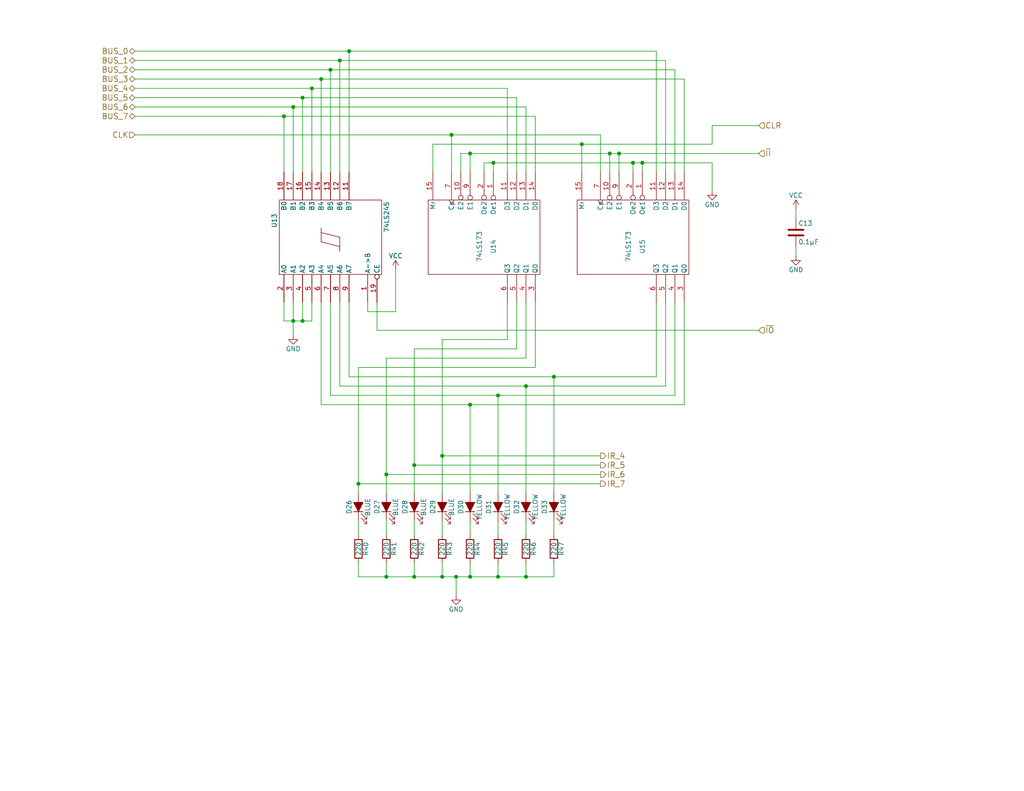
<source format=kicad_sch>
(kicad_sch (version 20230121) (generator eeschema)
  (paper "USLetter")
  (lib_symbols
    (symbol "8bit-computer-rescue:74LS173-8bit-computer-rescue" (pin_names (offset 0.254))
      (property "Reference" "U" (at 2.54 2.54 0))
      (property "Value" "8bit-computer-rescue:74LS173" (at 2.54 -1.27 0))
      (symbol "74LS173-8bit-computer-rescue_0_0"
        (pin power_in line (at -7.62 15.24 90) (length 0) hide (name "VCC") (number "16"))
        (pin power_in line (at -7.62 -15.24 90) (length 0) hide (name "GND") (number "8"))
      )
      (symbol "74LS173-8bit-computer-rescue_0_1"
        (rectangle (start -10.16 15.24) (end 10.16 -15.24))
      )
      (symbol "74LS173-8bit-computer-rescue_1_1"
        (pin input inverted (at -17.78 2.54 0) (length 7.62) (name "Oe1") (number "1"))
        (pin input inverted (at -17.78 -6.35 0) (length 7.62) (name "E2") (number "10"))
        (pin input line (at -17.78 6.35 0) (length 7.62) (name "D3") (number "11"))
        (pin input line (at -17.78 8.89 0) (length 7.62) (name "D2") (number "12"))
        (pin input line (at -17.78 11.43 0) (length 7.62) (name "D1") (number "13"))
        (pin input line (at -17.78 13.97 0) (length 7.62) (name "D0") (number "14"))
        (pin input line (at -17.78 -13.97 0) (length 7.62) (name "Mr") (number "15"))
        (pin input inverted (at -17.78 0 0) (length 7.62) (name "Oe2") (number "2"))
        (pin tri_state line (at 17.78 13.97 180) (length 7.62) (name "Q0") (number "3"))
        (pin tri_state line (at 17.78 11.43 180) (length 7.62) (name "Q1") (number "4"))
        (pin tri_state line (at 17.78 8.89 180) (length 7.62) (name "Q2") (number "5"))
        (pin tri_state line (at 17.78 6.35 180) (length 7.62) (name "Q3") (number "6"))
        (pin input clock (at -17.78 -8.89 0) (length 7.62) (name "Cp") (number "7"))
        (pin input inverted (at -17.78 -3.81 0) (length 7.62) (name "E1") (number "9"))
      )
    )
    (symbol "8bit-computer-rescue:74LS245-8bit-computer-rescue" (pin_names (offset 0.254))
      (property "Reference" "U" (at 2.54 14.605 0))
      (property "Value" "8bit-computer-rescue:74LS245" (at 1.27 -14.605 0))
      (symbol "74LS245-8bit-computer-rescue_0_0"
        (pin power_in line (at 0 -13.97 90) (length 0) hide (name "GND") (number "10"))
        (pin power_in line (at 0 13.97 270) (length 0) hide (name "VCC") (number "20"))
      )
      (symbol "74LS245-8bit-computer-rescue_0_1"
        (rectangle (start -10.16 13.97) (end 10.16 -13.97))
        (polyline (pts (xy 1.27 2.54) (xy 0 -2.54) (xy -2.54 -2.54)))
        (polyline (pts (xy 2.54 2.54) (xy -1.27 2.54) (xy -2.54 -2.54) (xy -3.81 -2.54)))
      )
      (symbol "74LS245-8bit-computer-rescue_1_1"
        (pin input line (at -17.78 -10.16 0) (length 7.62) (name "A->B") (number "1"))
        (pin tri_state line (at 17.78 -5.08 180) (length 7.62) (name "B7") (number "11"))
        (pin tri_state line (at 17.78 -2.54 180) (length 7.62) (name "B6") (number "12"))
        (pin tri_state line (at 17.78 0 180) (length 7.62) (name "B5") (number "13"))
        (pin tri_state line (at 17.78 2.54 180) (length 7.62) (name "B4") (number "14"))
        (pin tri_state line (at 17.78 5.08 180) (length 7.62) (name "B3") (number "15"))
        (pin tri_state line (at 17.78 7.62 180) (length 7.62) (name "B2") (number "16"))
        (pin tri_state line (at 17.78 10.16 180) (length 7.62) (name "B1") (number "17"))
        (pin tri_state line (at 17.78 12.7 180) (length 7.62) (name "B0") (number "18"))
        (pin input inverted (at -17.78 -12.7 0) (length 7.62) (name "CE") (number "19"))
        (pin tri_state line (at -17.78 12.7 0) (length 7.62) (name "A0") (number "2"))
        (pin tri_state line (at -17.78 10.16 0) (length 7.62) (name "A1") (number "3"))
        (pin tri_state line (at -17.78 7.62 0) (length 7.62) (name "A2") (number "4"))
        (pin tri_state line (at -17.78 5.08 0) (length 7.62) (name "A3") (number "5"))
        (pin tri_state line (at -17.78 2.54 0) (length 7.62) (name "A4") (number "6"))
        (pin tri_state line (at -17.78 0 0) (length 7.62) (name "A5") (number "7"))
        (pin tri_state line (at -17.78 -2.54 0) (length 7.62) (name "A6") (number "8"))
        (pin tri_state line (at -17.78 -5.08 0) (length 7.62) (name "A7") (number "9"))
      )
    )
    (symbol "8bit-computer-rescue:LED_ALT-Device" (pin_numbers hide) (pin_names (offset 1.016) hide)
      (property "Reference" "D" (at 0 2.54 0))
      (property "Value" "Device:LED_ALT" (at 0 -2.54 0))
      (symbol "LED_ALT-Device_0_1"
        (polyline (pts (xy -1.27 -1.27) (xy -1.27 1.27)) (stroke (width 0.2032)))
        (polyline (pts (xy -1.27 0) (xy 1.27 0)))
        (polyline (pts (xy 1.27 -1.27) (xy 1.27 1.27) (xy -1.27 0) (xy 1.27 -1.27)) (stroke (width 0.2032)) (fill (type outline)))
        (polyline (pts (xy -3.048 -0.762) (xy -4.572 -2.286) (xy -3.81 -2.286) (xy -4.572 -2.286) (xy -4.572 -1.524)))
        (polyline (pts (xy -1.778 -0.762) (xy -3.302 -2.286) (xy -2.54 -2.286) (xy -3.302 -2.286) (xy -3.302 -1.524)))
      )
      (symbol "LED_ALT-Device_1_1"
        (pin passive line (at -3.81 0 0) (length 2.54) (name "K") (number "1"))
        (pin passive line (at 3.81 0 180) (length 2.54) (name "A") (number "2"))
      )
    )
    (symbol "Device:C" (pin_numbers hide) (pin_names (offset 0.254))
      (property "Reference" "C" (at 0.635 2.54 0))
      (property "Value" "C" (at 0.635 -2.54 0))
      (symbol "C_0_1"
        (polyline (pts (xy -2.032 -0.762) (xy 2.032 -0.762)) (stroke (width 0.508)))
        (polyline (pts (xy -2.032 0.762) (xy 2.032 0.762)) (stroke (width 0.508)))
      )
      (symbol "C_1_1"
        (pin passive line (at 0 3.81 270) (length 2.794) (name "~") (number "1"))
        (pin passive line (at 0 -3.81 90) (length 2.794) (name "~") (number "2"))
      )
    )
    (symbol "Device:R" (pin_numbers hide) (pin_names (offset 0))
      (property "Reference" "R" (at 2.032 0 90))
      (property "Value" "R" (at 0 0 90))
      (symbol "R_0_1"
        (rectangle (start -1.016 -2.54) (end 1.016 2.54) (stroke (width 0.254)))
      )
      (symbol "R_1_1"
        (pin passive line (at 0 3.81 270) (length 1.27) (name "~") (number "1"))
        (pin passive line (at 0 -3.81 90) (length 1.27) (name "~") (number "2"))
      )
    )
    (symbol "power:GND" (power) (pin_names (offset 0))
      (property "Value" "GND" (at 0 -3.81 0))
      (symbol "GND_0_1"
        (polyline (pts (xy 0 0) (xy 0 -1.27) (xy 1.27 -1.27) (xy 0 -2.54) (xy -1.27 -1.27) (xy 0 -1.27)))
      )
      (symbol "GND_1_1"
        (pin power_in line (at 0 0 270) (length 0) hide (name "GND") (number "1"))
      )
    )
    (symbol "power:VCC" (power) (pin_names (offset 0))
      (property "Value" "VCC" (at 0 3.81 0))
      (symbol "VCC_0_1"
        (polyline (pts (xy -0.762 1.27) (xy 0 2.54)))
        (polyline (pts (xy 0 0) (xy 0 2.54)))
        (polyline (pts (xy 0 2.54) (xy 0.762 1.27)))
      )
      (symbol "VCC_1_1"
        (pin power_in line (at 0 0 90) (length 0) hide (name "VCC") (number "1"))
      )
    )
  )
  (junction (at 82.55 87.63))
  (junction (at 120.65 157.48))
  (junction (at 105.41 129.54))
  (junction (at 123.19 36.83))
  (junction (at 143.51 157.48))
  (junction (at 105.41 157.48))
  (junction (at 128.27 110.49))
  (junction (at 85.09 24.13))
  (junction (at 151.13 102.87))
  (junction (at 95.25 13.97))
  (junction (at 128.27 157.48))
  (junction (at 175.26 44.45))
  (junction (at 168.91 41.91))
  (junction (at 80.01 29.21))
  (junction (at 90.17 19.05))
  (junction (at 113.03 157.48))
  (junction (at 77.47 31.75))
  (junction (at 82.55 26.67))
  (junction (at 135.89 157.48))
  (junction (at 134.62 44.45))
  (junction (at 128.27 41.91))
  (junction (at 158.75 39.37))
  (junction (at 143.51 105.41))
  (junction (at 113.03 127))
  (junction (at 92.71 16.51))
  (junction (at 124.46 157.48))
  (junction (at 172.72 44.45))
  (junction (at 135.89 107.95))
  (junction (at 80.01 87.63))
  (junction (at 97.79 132.08))
  (junction (at 120.65 124.46))
  (junction (at 87.63 21.59))
  (junction (at 166.37 41.91))
  (wire (pts (xy 168.91 41.91) (xy 207.01 41.91)))
  (wire (pts (xy 80.01 87.63) (xy 80.01 91.44)))
  (wire (pts (xy 132.08 46.99) (xy 132.08 44.45)))
  (wire (pts (xy 105.41 129.54) (xy 105.41 134.62)))
  (wire (pts (xy 102.87 90.17) (xy 207.01 90.17)))
  (wire (pts (xy 138.43 92.71) (xy 138.43 82.55)))
  (wire (pts (xy 100.33 85.09) (xy 107.95 85.09)))
  (wire (pts (xy 90.17 107.95) (xy 135.89 107.95)))
  (wire (pts (xy 77.47 31.75) (xy 146.05 31.75)))
  (wire (pts (xy 135.89 157.48) (xy 143.51 157.48)))
  (wire (pts (xy 194.31 44.45) (xy 194.31 52.07)))
  (wire (pts (xy 181.61 105.41) (xy 181.61 82.55)))
  (wire (pts (xy 140.97 26.67) (xy 140.97 46.99)))
  (wire (pts (xy 95.25 102.87) (xy 151.13 102.87)))
  (wire (pts (xy 105.41 142.24) (xy 105.41 146.05)))
  (wire (pts (xy 87.63 110.49) (xy 128.27 110.49)))
  (wire (pts (xy 143.51 153.67) (xy 143.51 157.48)))
  (wire (pts (xy 132.08 44.45) (xy 134.62 44.45)))
  (wire (pts (xy 36.83 16.51) (xy 92.71 16.51)))
  (wire (pts (xy 143.51 157.48) (xy 151.13 157.48)))
  (wire (pts (xy 87.63 82.55) (xy 87.63 110.49)))
  (wire (pts (xy 135.89 142.24) (xy 135.89 146.05)))
  (wire (pts (xy 128.27 41.91) (xy 128.27 46.99)))
  (wire (pts (xy 100.33 82.55) (xy 100.33 85.09)))
  (wire (pts (xy 140.97 95.25) (xy 140.97 82.55)))
  (wire (pts (xy 77.47 87.63) (xy 80.01 87.63)))
  (wire (pts (xy 102.87 82.55) (xy 102.87 90.17)))
  (wire (pts (xy 172.72 44.45) (xy 172.72 46.99)))
  (wire (pts (xy 36.83 29.21) (xy 80.01 29.21)))
  (wire (pts (xy 90.17 19.05) (xy 90.17 46.99)))
  (wire (pts (xy 179.07 13.97) (xy 179.07 46.99)))
  (wire (pts (xy 135.89 153.67) (xy 135.89 157.48)))
  (wire (pts (xy 105.41 97.79) (xy 143.51 97.79)))
  (wire (pts (xy 125.73 46.99) (xy 125.73 41.91)))
  (wire (pts (xy 186.69 21.59) (xy 186.69 46.99)))
  (wire (pts (xy 194.31 34.29) (xy 207.01 34.29)))
  (wire (pts (xy 97.79 100.33) (xy 97.79 132.08)))
  (wire (pts (xy 143.51 142.24) (xy 143.51 146.05)))
  (wire (pts (xy 85.09 87.63) (xy 85.09 82.55)))
  (wire (pts (xy 134.62 44.45) (xy 172.72 44.45)))
  (wire (pts (xy 118.11 46.99) (xy 118.11 39.37)))
  (wire (pts (xy 158.75 39.37) (xy 158.75 46.99)))
  (wire (pts (xy 120.65 92.71) (xy 120.65 124.46)))
  (wire (pts (xy 77.47 31.75) (xy 77.47 46.99)))
  (wire (pts (xy 113.03 153.67) (xy 113.03 157.48)))
  (wire (pts (xy 151.13 102.87) (xy 179.07 102.87)))
  (wire (pts (xy 90.17 19.05) (xy 184.15 19.05)))
  (wire (pts (xy 128.27 142.24) (xy 128.27 146.05)))
  (wire (pts (xy 166.37 41.91) (xy 166.37 46.99)))
  (wire (pts (xy 134.62 44.45) (xy 134.62 46.99)))
  (wire (pts (xy 175.26 44.45) (xy 194.31 44.45)))
  (wire (pts (xy 163.83 132.08) (xy 97.79 132.08)))
  (wire (pts (xy 217.17 57.15) (xy 217.17 59.69)))
  (wire (pts (xy 135.89 107.95) (xy 184.15 107.95)))
  (wire (pts (xy 36.83 19.05) (xy 90.17 19.05)))
  (wire (pts (xy 138.43 24.13) (xy 138.43 46.99)))
  (wire (pts (xy 181.61 16.51) (xy 181.61 46.99)))
  (wire (pts (xy 80.01 87.63) (xy 82.55 87.63)))
  (wire (pts (xy 77.47 82.55) (xy 77.47 87.63)))
  (wire (pts (xy 95.25 13.97) (xy 95.25 46.99)))
  (wire (pts (xy 163.83 36.83) (xy 163.83 46.99)))
  (wire (pts (xy 146.05 100.33) (xy 146.05 82.55)))
  (wire (pts (xy 179.07 102.87) (xy 179.07 82.55)))
  (wire (pts (xy 80.01 29.21) (xy 143.51 29.21)))
  (wire (pts (xy 184.15 107.95) (xy 184.15 82.55)))
  (wire (pts (xy 128.27 153.67) (xy 128.27 157.48)))
  (wire (pts (xy 97.79 132.08) (xy 97.79 134.62)))
  (wire (pts (xy 105.41 157.48) (xy 113.03 157.48)))
  (wire (pts (xy 36.83 36.83) (xy 123.19 36.83)))
  (wire (pts (xy 118.11 39.37) (xy 158.75 39.37)))
  (wire (pts (xy 113.03 95.25) (xy 113.03 127)))
  (wire (pts (xy 184.15 19.05) (xy 184.15 46.99)))
  (wire (pts (xy 82.55 82.55) (xy 82.55 87.63)))
  (wire (pts (xy 143.51 105.41) (xy 181.61 105.41)))
  (wire (pts (xy 90.17 82.55) (xy 90.17 107.95)))
  (wire (pts (xy 85.09 24.13) (xy 138.43 24.13)))
  (wire (pts (xy 128.27 110.49) (xy 128.27 134.62)))
  (wire (pts (xy 36.83 13.97) (xy 95.25 13.97)))
  (wire (pts (xy 143.51 97.79) (xy 143.51 82.55)))
  (wire (pts (xy 97.79 153.67) (xy 97.79 157.48)))
  (wire (pts (xy 123.19 36.83) (xy 163.83 36.83)))
  (wire (pts (xy 105.41 97.79) (xy 105.41 129.54)))
  (wire (pts (xy 123.19 36.83) (xy 123.19 46.99)))
  (wire (pts (xy 146.05 31.75) (xy 146.05 46.99)))
  (wire (pts (xy 113.03 127) (xy 113.03 134.62)))
  (wire (pts (xy 36.83 24.13) (xy 85.09 24.13)))
  (wire (pts (xy 124.46 162.56) (xy 124.46 157.48)))
  (wire (pts (xy 120.65 92.71) (xy 138.43 92.71)))
  (wire (pts (xy 163.83 129.54) (xy 105.41 129.54)))
  (wire (pts (xy 105.41 153.67) (xy 105.41 157.48)))
  (wire (pts (xy 124.46 157.48) (xy 128.27 157.48)))
  (wire (pts (xy 36.83 21.59) (xy 87.63 21.59)))
  (wire (pts (xy 92.71 16.51) (xy 181.61 16.51)))
  (wire (pts (xy 168.91 41.91) (xy 168.91 46.99)))
  (wire (pts (xy 172.72 44.45) (xy 175.26 44.45)))
  (wire (pts (xy 36.83 31.75) (xy 77.47 31.75)))
  (wire (pts (xy 85.09 46.99) (xy 85.09 24.13)))
  (wire (pts (xy 175.26 44.45) (xy 175.26 46.99)))
  (wire (pts (xy 128.27 110.49) (xy 186.69 110.49)))
  (wire (pts (xy 166.37 41.91) (xy 168.91 41.91)))
  (wire (pts (xy 82.55 87.63) (xy 85.09 87.63)))
  (wire (pts (xy 113.03 157.48) (xy 120.65 157.48)))
  (wire (pts (xy 120.65 153.67) (xy 120.65 157.48)))
  (wire (pts (xy 143.51 29.21) (xy 143.51 46.99)))
  (wire (pts (xy 125.73 41.91) (xy 128.27 41.91)))
  (wire (pts (xy 80.01 29.21) (xy 80.01 46.99)))
  (wire (pts (xy 128.27 157.48) (xy 135.89 157.48)))
  (wire (pts (xy 120.65 157.48) (xy 124.46 157.48)))
  (wire (pts (xy 143.51 105.41) (xy 143.51 134.62)))
  (wire (pts (xy 82.55 26.67) (xy 82.55 46.99)))
  (wire (pts (xy 163.83 127) (xy 113.03 127)))
  (wire (pts (xy 95.25 13.97) (xy 179.07 13.97)))
  (wire (pts (xy 120.65 142.24) (xy 120.65 146.05)))
  (wire (pts (xy 87.63 21.59) (xy 87.63 46.99)))
  (wire (pts (xy 113.03 95.25) (xy 140.97 95.25)))
  (wire (pts (xy 151.13 157.48) (xy 151.13 153.67)))
  (wire (pts (xy 194.31 39.37) (xy 194.31 34.29)))
  (wire (pts (xy 97.79 142.24) (xy 97.79 146.05)))
  (wire (pts (xy 80.01 82.55) (xy 80.01 87.63)))
  (wire (pts (xy 120.65 124.46) (xy 120.65 134.62)))
  (wire (pts (xy 163.83 124.46) (xy 120.65 124.46)))
  (wire (pts (xy 107.95 85.09) (xy 107.95 73.66)))
  (wire (pts (xy 217.17 67.31) (xy 217.17 69.85)))
  (wire (pts (xy 92.71 16.51) (xy 92.71 46.99)))
  (wire (pts (xy 135.89 107.95) (xy 135.89 134.62)))
  (wire (pts (xy 97.79 100.33) (xy 146.05 100.33)))
  (wire (pts (xy 92.71 82.55) (xy 92.71 105.41)))
  (wire (pts (xy 128.27 41.91) (xy 166.37 41.91)))
  (wire (pts (xy 36.83 26.67) (xy 82.55 26.67)))
  (wire (pts (xy 97.79 157.48) (xy 105.41 157.48)))
  (wire (pts (xy 151.13 142.24) (xy 151.13 146.05)))
  (wire (pts (xy 151.13 102.87) (xy 151.13 134.62)))
  (wire (pts (xy 92.71 105.41) (xy 143.51 105.41)))
  (wire (pts (xy 158.75 39.37) (xy 194.31 39.37)))
  (wire (pts (xy 186.69 110.49) (xy 186.69 82.55)))
  (wire (pts (xy 82.55 26.67) (xy 140.97 26.67)))
  (wire (pts (xy 95.25 82.55) (xy 95.25 102.87)))
  (wire (pts (xy 113.03 142.24) (xy 113.03 146.05)))
  (wire (pts (xy 87.63 21.59) (xy 186.69 21.59)))
  (hierarchical_label "BUS_7" (shape bidirectional) (at 36.83 31.75 180) (effects (font (size 1.524 1.524))))
  (hierarchical_label "~{IO}" (shape input) (at 207.01 90.17 0) (effects (font (size 1.524 1.524))))
  (hierarchical_label "IR_4" (shape output) (at 163.83 124.46 0) (effects (font (size 1.524 1.524))))
  (hierarchical_label "BUS_1" (shape bidirectional) (at 36.83 16.51 180) (effects (font (size 1.524 1.524))))
  (hierarchical_label "BUS_6" (shape bidirectional) (at 36.83 29.21 180) (effects (font (size 1.524 1.524))))
  (hierarchical_label "BUS_2" (shape bidirectional) (at 36.83 19.05 180) (effects (font (size 1.524 1.524))))
  (hierarchical_label "BUS_4" (shape bidirectional) (at 36.83 24.13 180) (effects (font (size 1.524 1.524))))
  (hierarchical_label "BUS_5" (shape bidirectional) (at 36.83 26.67 180) (effects (font (size 1.524 1.524))))
  (hierarchical_label "IR_7" (shape output) (at 163.83 132.08 0) (effects (font (size 1.524 1.524))))
  (hierarchical_label "CLK" (shape input) (at 36.83 36.83 180) (effects (font (size 1.524 1.524))))
  (hierarchical_label "IR_5" (shape output) (at 163.83 127 0) (effects (font (size 1.524 1.524))))
  (hierarchical_label "IR_6" (shape output) (at 163.83 129.54 0) (effects (font (size 1.524 1.524))))
  (hierarchical_label "BUS_0" (shape bidirectional) (at 36.83 13.97 180) (effects (font (size 1.524 1.524))))
  (hierarchical_label "CLR" (shape input) (at 207.01 34.29 0) (effects (font (size 1.524 1.524))))
  (hierarchical_label "BUS_3" (shape bidirectional) (at 36.83 21.59 180) (effects (font (size 1.524 1.524))))
  (hierarchical_label "~{II}" (shape input) (at 207.01 41.91 0) (effects (font (size 1.524 1.524))))
  (symbol (lib_id "8bit-computer-rescue:LED_ALT-Device") (at 97.79 138.43 90) (unit 1)
    (property "Reference" "D26" (at 95.25 138.43 0))
    (property "Value" "BLUE" (at 100.33 138.43 0))
    (property "Footprint" "LED_THT:LED_D5.0mm" (effects hide))
  )
  (symbol (lib_id "8bit-computer-rescue:LED_ALT-Device") (at 120.65 138.43 90) (unit 1)
    (property "Reference" "D29" (at 118.11 138.43 0))
    (property "Value" "BLUE" (at 123.19 138.43 0))
    (property "Footprint" "LED_THT:LED_D5.0mm" (effects hide))
  )
  (symbol (lib_id "8bit-computer-rescue:LED_ALT-Device") (at 128.27 138.43 90) (unit 1)
    (property "Reference" "D30" (at 125.73 138.43 0))
    (property "Value" "YELLOW" (at 130.81 138.43 0))
    (property "Footprint" "LED_THT:LED_D5.0mm" (effects hide))
  )
  (symbol (lib_id "8bit-computer-rescue:LED_ALT-Device") (at 135.89 138.43 90) (unit 1)
    (property "Reference" "D31" (at 133.35 138.43 0))
    (property "Value" "YELLOW" (at 138.43 138.43 0))
    (property "Footprint" "LED_THT:LED_D5.0mm" (effects hide))
  )
  (symbol (lib_id "Device:R") (at 128.27 149.86 0) (unit 1)
    (property "Reference" "R44" (at 130.302 149.86 90))
    (property "Value" "220" (at 128.27 149.86 90))
    (property "Footprint" "Resistor_THT:R_Axial_DIN0207_L6.3mm_D2.5mm_P7.62mm_Horizontal" (effects hide))
  )
  (symbol (lib_id "power:GND") (at 80.01 91.44 0) (unit 1)
    (property "Reference" "#PWR027" (effects hide))
    (property "Value" "GND" (at 80.01 95.25 0))
  )
  (symbol (lib_id "8bit-computer-rescue:74LS173-8bit-computer-rescue") (at 132.08 64.77 270) (unit 1)
    (property "Reference" "U14" (at 134.62 67.31 0))
    (property "Value" "74LS173" (at 130.81 67.31 0))
    (property "Footprint" "Package_DIP:DIP-16_W7.62mm" (effects hide))
  )
  (symbol (lib_id "8bit-computer-rescue:74LS173-8bit-computer-rescue") (at 172.72 64.77 270) (unit 1)
    (property "Reference" "U15" (at 175.26 67.31 0))
    (property "Value" "74LS173" (at 171.45 67.31 0))
    (property "Footprint" "Package_DIP:DIP-16_W7.62mm" (effects hide))
  )
  (symbol (lib_id "8bit-computer-rescue:74LS245-8bit-computer-rescue") (at 90.17 64.77 90) (unit 1)
    (property "Reference" "U13" (at 75.565 62.23 0) (effects (justify left bottom)))
    (property "Value" "74LS245" (at 104.775 63.5 0) (effects (justify left top)))
    (property "Footprint" "Package_DIP:DIP-20_W7.62mm" (effects hide))
  )
  (symbol (lib_id "8bit-computer-rescue:LED_ALT-Device") (at 105.41 138.43 90) (unit 1)
    (property "Reference" "D27" (at 102.87 138.43 0))
    (property "Value" "BLUE" (at 107.95 138.43 0))
    (property "Footprint" "LED_THT:LED_D5.0mm" (effects hide))
  )
  (symbol (lib_id "8bit-computer-rescue:LED_ALT-Device") (at 113.03 138.43 90) (unit 1)
    (property "Reference" "D28" (at 110.49 138.43 0))
    (property "Value" "BLUE" (at 115.57 138.43 0))
    (property "Footprint" "LED_THT:LED_D5.0mm" (effects hide))
  )
  (symbol (lib_id "8bit-computer-rescue:LED_ALT-Device") (at 143.51 138.43 90) (unit 1)
    (property "Reference" "D32" (at 140.97 138.43 0))
    (property "Value" "YELLOW" (at 146.05 138.43 0))
    (property "Footprint" "LED_THT:LED_D5.0mm" (effects hide))
  )
  (symbol (lib_id "8bit-computer-rescue:LED_ALT-Device") (at 151.13 138.43 90) (unit 1)
    (property "Reference" "D33" (at 148.59 138.43 0))
    (property "Value" "YELLOW" (at 153.67 138.43 0))
    (property "Footprint" "LED_THT:LED_D5.0mm" (effects hide))
  )
  (symbol (lib_id "Device:R") (at 97.79 149.86 0) (unit 1)
    (property "Reference" "R40" (at 99.822 149.86 90))
    (property "Value" "220" (at 97.79 149.86 90))
    (property "Footprint" "Resistor_THT:R_Axial_DIN0207_L6.3mm_D2.5mm_P7.62mm_Horizontal" (effects hide))
  )
  (symbol (lib_id "Device:R") (at 105.41 149.86 0) (unit 1)
    (property "Reference" "R41" (at 107.442 149.86 90))
    (property "Value" "220" (at 105.41 149.86 90))
    (property "Footprint" "Resistor_THT:R_Axial_DIN0207_L6.3mm_D2.5mm_P7.62mm_Horizontal" (effects hide))
  )
  (symbol (lib_id "Device:R") (at 113.03 149.86 0) (unit 1)
    (property "Reference" "R42" (at 115.062 149.86 90))
    (property "Value" "220" (at 113.03 149.86 90))
    (property "Footprint" "Resistor_THT:R_Axial_DIN0207_L6.3mm_D2.5mm_P7.62mm_Horizontal" (effects hide))
  )
  (symbol (lib_id "Device:R") (at 120.65 149.86 0) (unit 1)
    (property "Reference" "R43" (at 122.682 149.86 90))
    (property "Value" "220" (at 120.65 149.86 90))
    (property "Footprint" "Resistor_THT:R_Axial_DIN0207_L6.3mm_D2.5mm_P7.62mm_Horizontal" (effects hide))
  )
  (symbol (lib_id "Device:R") (at 135.89 149.86 0) (unit 1)
    (property "Reference" "R45" (at 137.922 149.86 90))
    (property "Value" "220" (at 135.89 149.86 90))
    (property "Footprint" "Resistor_THT:R_Axial_DIN0207_L6.3mm_D2.5mm_P7.62mm_Horizontal" (effects hide))
  )
  (symbol (lib_id "Device:R") (at 143.51 149.86 0) (unit 1)
    (property "Reference" "R46" (at 145.542 149.86 90))
    (property "Value" "220" (at 143.51 149.86 90))
    (property "Footprint" "Resistor_THT:R_Axial_DIN0207_L6.3mm_D2.5mm_P7.62mm_Horizontal" (effects hide))
  )
  (symbol (lib_id "Device:R") (at 151.13 149.86 0) (unit 1)
    (property "Reference" "R47" (at 153.162 149.86 90))
    (property "Value" "220" (at 151.13 149.86 90))
    (property "Footprint" "Resistor_THT:R_Axial_DIN0207_L6.3mm_D2.5mm_P7.62mm_Horizontal" (effects hide))
  )
  (symbol (lib_id "power:GND") (at 124.46 162.56 0) (unit 1)
    (property "Reference" "#PWR024" (effects hide))
    (property "Value" "GND" (at 124.46 166.37 0))
  )
  (symbol (lib_id "power:VCC") (at 107.95 73.66 0) (unit 1)
    (property "Reference" "#PWR025" (effects hide))
    (property "Value" "VCC" (at 107.95 69.85 0))
  )
  (symbol (lib_id "power:GND") (at 194.31 52.07 0) (unit 1)
    (property "Reference" "#PWR026" (effects hide))
    (property "Value" "GND" (at 194.31 55.88 0))
  )
  (symbol (lib_id "Device:C") (at 217.17 63.5 0) (unit 1)
    (property "Reference" "C13" (at 217.805 60.96 0) (effects (justify left)))
    (property "Value" "0.1µF" (at 217.805 66.04 0) (effects (justify left)))
    (property "Footprint" "Capacitor_THT:C_Disc_D4.3mm_W1.9mm_P5.00mm" (effects hide))
  )
  (symbol (lib_id "power:GND") (at 217.17 69.85 0) (unit 1)
    (property "Reference" "#PWR028" (effects hide))
    (property "Value" "GND" (at 217.17 73.66 0))
  )
  (symbol (lib_id "power:VCC") (at 217.17 57.15 0) (unit 1)
    (property "Reference" "#PWR029" (effects hide))
    (property "Value" "VCC" (at 217.17 53.34 0))
  )
)
</source>
